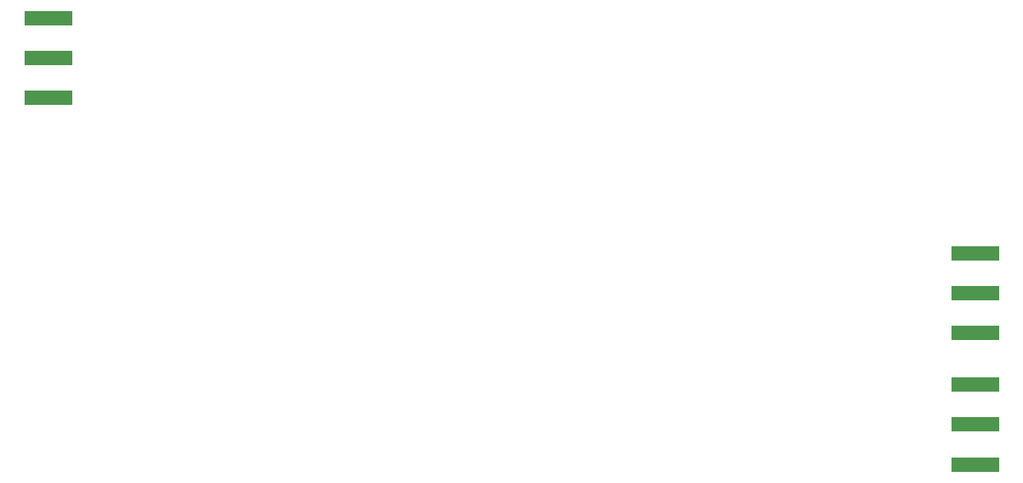
<source format=gtp>
G04 #@! TF.GenerationSoftware,KiCad,Pcbnew,8.0.2*
G04 #@! TF.CreationDate,2024-09-17T18:27:48+03:00*
G04 #@! TF.ProjectId,ad4080_evb_experimenter,61643430-3830-45f6-9576-625f65787065,rev?*
G04 #@! TF.SameCoordinates,Original*
G04 #@! TF.FileFunction,Paste,Top*
G04 #@! TF.FilePolarity,Positive*
%FSLAX46Y46*%
G04 Gerber Fmt 4.6, Leading zero omitted, Abs format (unit mm)*
G04 Created by KiCad (PCBNEW 8.0.2) date 2024-09-17 18:27:48*
%MOMM*%
%LPD*%
G01*
G04 APERTURE LIST*
%ADD10R,5.080000X1.500000*%
G04 APERTURE END LIST*
D10*
X130800000Y-102200000D03*
X130800000Y-97950000D03*
X130800000Y-106450000D03*
X32004000Y-63119000D03*
X32004000Y-67369000D03*
X32004000Y-58869000D03*
X130800000Y-88200000D03*
X130800000Y-83950000D03*
X130800000Y-92450000D03*
M02*

</source>
